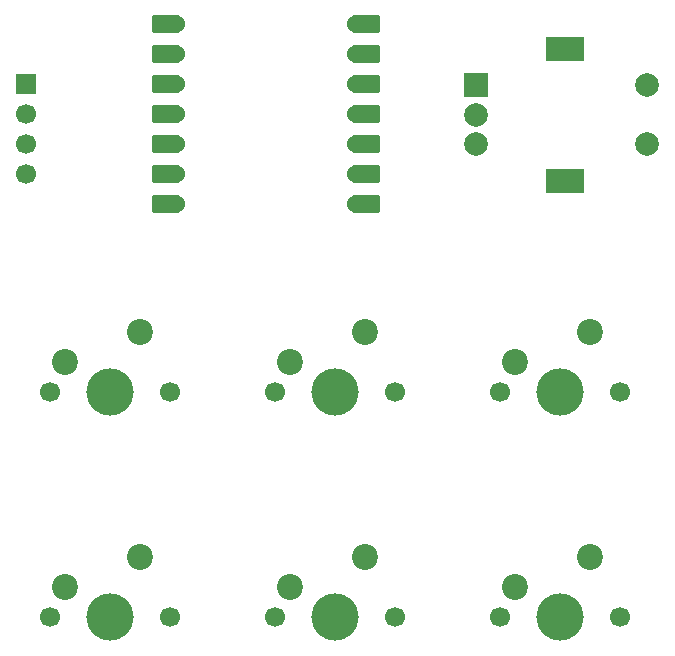
<source format=gbs>
%TF.GenerationSoftware,KiCad,Pcbnew,9.0.6*%
%TF.CreationDate,2025-12-10T10:35:02-08:00*%
%TF.ProjectId,hackpad,6861636b-7061-4642-9e6b-696361645f70,rev?*%
%TF.SameCoordinates,Original*%
%TF.FileFunction,Soldermask,Bot*%
%TF.FilePolarity,Negative*%
%FSLAX46Y46*%
G04 Gerber Fmt 4.6, Leading zero omitted, Abs format (unit mm)*
G04 Created by KiCad (PCBNEW 9.0.6) date 2025-12-10 10:35:02*
%MOMM*%
%LPD*%
G01*
G04 APERTURE LIST*
G04 Aperture macros list*
%AMRoundRect*
0 Rectangle with rounded corners*
0 $1 Rounding radius*
0 $2 $3 $4 $5 $6 $7 $8 $9 X,Y pos of 4 corners*
0 Add a 4 corners polygon primitive as box body*
4,1,4,$2,$3,$4,$5,$6,$7,$8,$9,$2,$3,0*
0 Add four circle primitives for the rounded corners*
1,1,$1+$1,$2,$3*
1,1,$1+$1,$4,$5*
1,1,$1+$1,$6,$7*
1,1,$1+$1,$8,$9*
0 Add four rect primitives between the rounded corners*
20,1,$1+$1,$2,$3,$4,$5,0*
20,1,$1+$1,$4,$5,$6,$7,0*
20,1,$1+$1,$6,$7,$8,$9,0*
20,1,$1+$1,$8,$9,$2,$3,0*%
G04 Aperture macros list end*
%ADD10C,1.700000*%
%ADD11C,4.000000*%
%ADD12C,2.200000*%
%ADD13R,1.700000X1.700000*%
%ADD14R,2.000000X2.000000*%
%ADD15C,2.000000*%
%ADD16R,3.200000X2.000000*%
%ADD17RoundRect,0.152400X-1.063600X-0.609600X1.063600X-0.609600X1.063600X0.609600X-1.063600X0.609600X0*%
%ADD18C,1.524000*%
%ADD19RoundRect,0.152400X1.063600X0.609600X-1.063600X0.609600X-1.063600X-0.609600X1.063600X-0.609600X0*%
G04 APERTURE END LIST*
D10*
%TO.C,SW2*%
X78263750Y-161925000D03*
D11*
X83343750Y-161925000D03*
D10*
X88423750Y-161925000D03*
D12*
X85883750Y-156845000D03*
X79533750Y-159385000D03*
%TD*%
D10*
%TO.C,SW6*%
X116363750Y-161925000D03*
D11*
X121443750Y-161925000D03*
D10*
X126523750Y-161925000D03*
D12*
X123983750Y-156845000D03*
X117633750Y-159385000D03*
%TD*%
D13*
%TO.C,J1*%
X76200000Y-116840000D03*
D10*
X76200000Y-119380000D03*
X76200000Y-121920000D03*
X76200000Y-124460000D03*
%TD*%
%TO.C,SW3*%
X97313750Y-142875000D03*
D11*
X102393750Y-142875000D03*
D10*
X107473750Y-142875000D03*
D12*
X104933750Y-137795000D03*
X98583750Y-140335000D03*
%TD*%
D10*
%TO.C,SW4*%
X97313750Y-161925000D03*
D11*
X102393750Y-161925000D03*
D10*
X107473750Y-161925000D03*
D12*
X104933750Y-156845000D03*
X98583750Y-159385000D03*
%TD*%
D10*
%TO.C,SW5*%
X116363750Y-142875000D03*
D11*
X121443750Y-142875000D03*
D10*
X126523750Y-142875000D03*
D12*
X123983750Y-137795000D03*
X117633750Y-140335000D03*
%TD*%
D14*
%TO.C,SW7*%
X114300000Y-116920000D03*
D15*
X114300000Y-121920000D03*
X114300000Y-119420000D03*
D16*
X121800000Y-113820000D03*
X121800000Y-125020000D03*
D15*
X128800000Y-121920000D03*
X128800000Y-116920000D03*
%TD*%
D10*
%TO.C,SW1*%
X78263750Y-142875000D03*
D11*
X83343750Y-142875000D03*
D10*
X88423750Y-142875000D03*
D12*
X85883750Y-137795000D03*
X79533750Y-140335000D03*
%TD*%
D17*
%TO.C,U1*%
X104975000Y-111760000D03*
D18*
X104140000Y-111760000D03*
D17*
X104975000Y-114300000D03*
D18*
X104140000Y-114300000D03*
D17*
X104975000Y-116840000D03*
D18*
X104140000Y-116840000D03*
D17*
X104975000Y-119380000D03*
D18*
X104140000Y-119380000D03*
D17*
X104975000Y-121920000D03*
D18*
X104140000Y-121920000D03*
D17*
X104975000Y-124460000D03*
D18*
X104140000Y-124460000D03*
D17*
X104975000Y-127000000D03*
D18*
X104140000Y-127000000D03*
X88900000Y-127000000D03*
D19*
X88065000Y-127000000D03*
D18*
X88900000Y-124460000D03*
D19*
X88065000Y-124460000D03*
D18*
X88900000Y-121920000D03*
D19*
X88065000Y-121920000D03*
D18*
X88900000Y-119380000D03*
D19*
X88065000Y-119380000D03*
D18*
X88900000Y-116840000D03*
D19*
X88065000Y-116840000D03*
D18*
X88900000Y-114300000D03*
D19*
X88065000Y-114300000D03*
D18*
X88900000Y-111760000D03*
D19*
X88065000Y-111760000D03*
%TD*%
M02*

</source>
